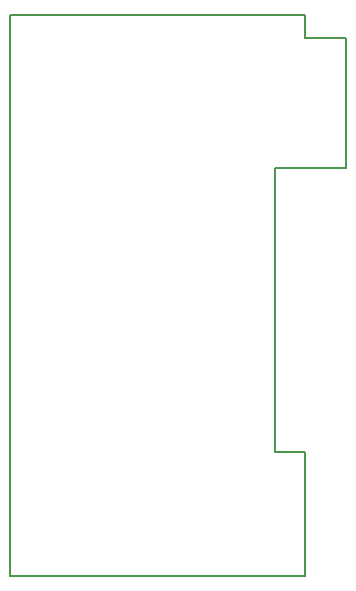
<source format=gbr>
G04*
G04 #@! TF.GenerationSoftware,Altium Limited,Altium Designer,24.9.1 (31)*
G04*
G04 Layer_Color=16711935*
%FSLAX44Y44*%
%MOMM*%
G71*
G04*
G04 #@! TF.SameCoordinates,E7EBA232-3E41-4796-8E0E-ADA696DDDB0D*
G04*
G04*
G04 #@! TF.FilePolarity,Positive*
G04*
G01*
G75*
%ADD32C,0.2000*%
D32*
X280000Y340000D02*
Y450000D01*
X220000Y340000D02*
X280000D01*
X220000Y100000D02*
Y340000D01*
Y100000D02*
X245000D01*
X-5000Y470000D02*
X-5000Y-5000D01*
X-5000Y470000D02*
X245000D01*
Y450000D02*
Y470000D01*
Y450000D02*
X280000D01*
X245000Y-5000D02*
Y100000D01*
X-5000Y-5000D02*
X245000D01*
M02*

</source>
